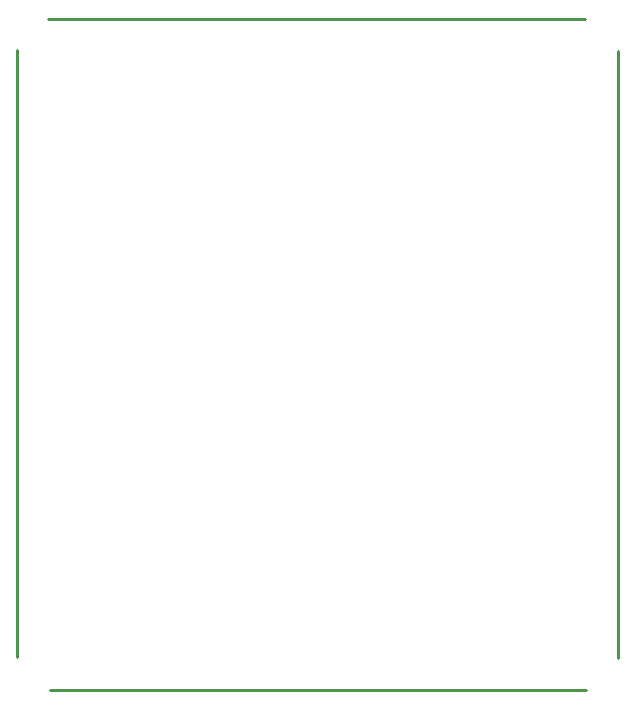
<source format=gko>
%FSLAX25Y25*%
%MOIN*%
G70*
G01*
G75*
G04 Layer_Color=16711935*
%ADD10O,0.02400X0.08000*%
%ADD11R,0.03740X0.03543*%
%ADD12R,0.03543X0.03740*%
%ADD13O,0.07087X0.01181*%
%ADD14O,0.01181X0.07087*%
%ADD15R,0.02000X0.04000*%
%ADD16O,0.02000X0.04000*%
%ADD17R,0.03937X0.05709*%
%ADD18R,0.03937X0.07874*%
%ADD19C,0.01000*%
%ADD20O,0.05512X0.04724*%
%ADD21R,0.05512X0.04724*%
%ADD22C,0.19685*%
%ADD23R,0.07284X0.07284*%
%ADD24C,0.07284*%
%ADD25C,0.05512*%
%ADD26R,0.05512X0.05512*%
%ADD27C,0.03000*%
%ADD28C,0.00984*%
%ADD29C,0.02362*%
%ADD30C,0.00787*%
%ADD31C,0.00394*%
%ADD32C,0.00800*%
%ADD33O,0.03200X0.08800*%
%ADD34R,0.04540X0.04343*%
%ADD35R,0.04343X0.04540*%
%ADD36O,0.07887X0.01981*%
%ADD37O,0.01981X0.07887*%
%ADD38R,0.02800X0.04800*%
%ADD39O,0.02800X0.04800*%
%ADD40R,0.04737X0.06509*%
%ADD41R,0.04737X0.08674*%
%ADD42O,0.06312X0.05524*%
%ADD43R,0.06312X0.05524*%
%ADD44C,0.20485*%
%ADD45R,0.08083X0.08083*%
%ADD46C,0.08083*%
%ADD47C,0.06312*%
%ADD48R,0.06312X0.06312*%
%ADD49C,0.03800*%
D19*
X330400Y392600D02*
Y594900D01*
X341400Y381800D02*
X520100Y381800D01*
X340800Y605500D02*
X520000D01*
X530700Y392400D02*
Y594600D01*
M02*

</source>
